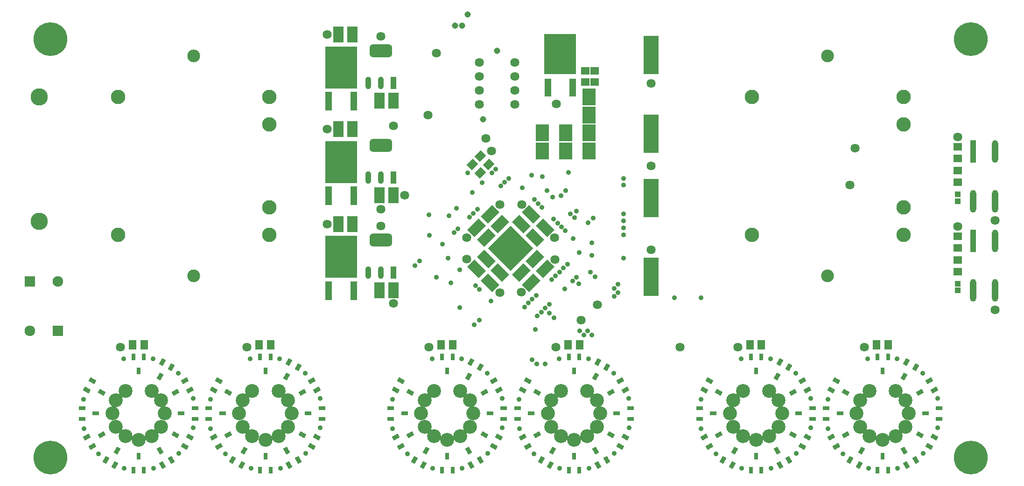
<source format=gbs>
G04*
G04 #@! TF.GenerationSoftware,Altium Limited,Altium Designer,18.0.9 (584)*
G04*
G04 Layer_Color=16711935*
%FSLAX25Y25*%
%MOIN*%
G70*
G01*
G75*
%ADD26R,0.06406X0.05224*%
G04:AMPARAMS|DCode=27|XSize=64.06mil|YSize=52.24mil|CornerRadius=0mil|HoleSize=0mil|Usage=FLASHONLY|Rotation=45.000|XOffset=0mil|YOffset=0mil|HoleType=Round|Shape=Rectangle|*
%AMROTATEDRECTD27*
4,1,4,-0.00418,-0.04112,-0.04112,-0.00418,0.00418,0.04112,0.04112,0.00418,-0.00418,-0.04112,0.0*
%
%ADD27ROTATEDRECTD27*%

%ADD29C,0.06406*%
%ADD30R,0.03059X0.04831*%
%ADD31R,0.22547X0.30028*%
%ADD32R,0.04634X0.13492*%
%ADD35R,0.04437X0.04240*%
%ADD36C,0.00500*%
%ADD37P,0.32033X4X360.0*%
%ADD38C,0.09161*%
%ADD39C,0.10343*%
%ADD40C,0.09894*%
%ADD41C,0.07587*%
%ADD42R,0.07587X0.07587*%
%ADD43C,0.12311*%
%ADD44C,0.24122*%
%ADD45C,0.03500*%
%ADD46C,0.03800*%
%ADD47C,0.04500*%
%ADD103R,0.04043X0.08965*%
%ADD104O,0.04043X0.08965*%
G04:AMPARAMS|DCode=105|XSize=162.48mil|YSize=91.61mil|CornerRadius=24.15mil|HoleSize=0mil|Usage=FLASHONLY|Rotation=0.000|XOffset=0mil|YOffset=0mil|HoleType=Round|Shape=RoundedRectangle|*
%AMROUNDEDRECTD105*
21,1,0.16248,0.04331,0,0,0.0*
21,1,0.11417,0.09161,0,0,0.0*
1,1,0.04831,0.05709,-0.02165*
1,1,0.04831,-0.05709,-0.02165*
1,1,0.04831,-0.05709,0.02165*
1,1,0.04831,0.05709,0.02165*
%
%ADD105ROUNDEDRECTD105*%
%ADD106O,0.04437X0.16248*%
%ADD107R,0.04437X0.16248*%
G04:AMPARAMS|DCode=108|XSize=64.06mil|YSize=52.24mil|CornerRadius=0mil|HoleSize=0mil|Usage=FLASHONLY|Rotation=270.300|XOffset=0mil|YOffset=0mil|HoleType=Round|Shape=Rectangle|*
%AMROTATEDRECTD108*
4,1,4,-0.02629,0.03189,0.02595,0.03216,0.02629,-0.03189,-0.02595,-0.03216,-0.02629,0.03189,0.0*
%
%ADD108ROTATEDRECTD108*%

%ADD109R,0.22547X0.28847*%
%ADD110R,0.04634X0.12902*%
G04:AMPARAMS|DCode=111|XSize=30.59mil|YSize=48.31mil|CornerRadius=0mil|HoleSize=0mil|Usage=FLASHONLY|Rotation=150.000|XOffset=0mil|YOffset=0mil|HoleType=Round|Shape=Rectangle|*
%AMROTATEDRECTD111*
4,1,4,0.02532,0.01327,0.00117,-0.02857,-0.02532,-0.01327,-0.00117,0.02857,0.02532,0.01327,0.0*
%
%ADD111ROTATEDRECTD111*%

G04:AMPARAMS|DCode=112|XSize=30.59mil|YSize=48.31mil|CornerRadius=0mil|HoleSize=0mil|Usage=FLASHONLY|Rotation=120.000|XOffset=0mil|YOffset=0mil|HoleType=Round|Shape=Rectangle|*
%AMROTATEDRECTD112*
4,1,4,0.02857,-0.00117,-0.01327,-0.02532,-0.02857,0.00117,0.01327,0.02532,0.02857,-0.00117,0.0*
%
%ADD112ROTATEDRECTD112*%

%ADD113R,0.04831X0.03059*%
G04:AMPARAMS|DCode=114|XSize=30.59mil|YSize=48.31mil|CornerRadius=0mil|HoleSize=0mil|Usage=FLASHONLY|Rotation=60.000|XOffset=0mil|YOffset=0mil|HoleType=Round|Shape=Rectangle|*
%AMROTATEDRECTD114*
4,1,4,0.01327,-0.02532,-0.02857,-0.00117,-0.01327,0.02532,0.02857,0.00117,0.01327,-0.02532,0.0*
%
%ADD114ROTATEDRECTD114*%

G04:AMPARAMS|DCode=115|XSize=30.59mil|YSize=48.31mil|CornerRadius=0mil|HoleSize=0mil|Usage=FLASHONLY|Rotation=30.000|XOffset=0mil|YOffset=0mil|HoleType=Round|Shape=Rectangle|*
%AMROTATEDRECTD115*
4,1,4,-0.00117,-0.02857,-0.02532,0.01327,0.00117,0.02857,0.02532,-0.01327,-0.00117,-0.02857,0.0*
%
%ADD115ROTATEDRECTD115*%

%ADD116R,0.09358X0.12114*%
G04:AMPARAMS|DCode=117|XSize=115.24mil|YSize=73.9mil|CornerRadius=0mil|HoleSize=0mil|Usage=FLASHONLY|Rotation=135.000|XOffset=0mil|YOffset=0mil|HoleType=Round|Shape=Rectangle|*
%AMROTATEDRECTD117*
4,1,4,0.06687,-0.01462,0.01462,-0.06687,-0.06687,0.01462,-0.01462,0.06687,0.06687,-0.01462,0.0*
%
%ADD117ROTATEDRECTD117*%

G04:AMPARAMS|DCode=118|XSize=115.24mil|YSize=73.9mil|CornerRadius=0mil|HoleSize=0mil|Usage=FLASHONLY|Rotation=45.000|XOffset=0mil|YOffset=0mil|HoleType=Round|Shape=Rectangle|*
%AMROTATEDRECTD118*
4,1,4,-0.01462,-0.06687,-0.06687,-0.01462,0.01462,0.06687,0.06687,0.01462,-0.01462,-0.06687,0.0*
%
%ADD118ROTATEDRECTD118*%

%ADD119R,0.07390X0.11524*%
%ADD120R,0.11130X0.27469*%
D26*
X675665Y224628D02*
D03*
Y232896D02*
D03*
Y160652D02*
D03*
Y168920D02*
D03*
X409449Y304331D02*
D03*
Y296063D02*
D03*
X416339Y304331D02*
D03*
Y296063D02*
D03*
X675665Y249825D02*
D03*
Y241558D02*
D03*
Y185849D02*
D03*
Y177581D02*
D03*
D27*
X328770Y237175D02*
D03*
X334616Y231329D02*
D03*
X334675Y243081D02*
D03*
X340522Y237234D02*
D03*
D29*
X388779Y280512D02*
D03*
X456693Y236220D02*
D03*
X456693Y176181D02*
D03*
X272638Y264764D02*
D03*
X272638Y137795D02*
D03*
X280512Y215158D02*
D03*
X456693Y295276D02*
D03*
X338681Y255906D02*
D03*
X675665Y256890D02*
D03*
X675665Y192913D02*
D03*
X702240Y133291D02*
D03*
Y197268D02*
D03*
X263583Y328740D02*
D03*
X225295Y330118D02*
D03*
X225295Y262402D02*
D03*
Y194488D02*
D03*
X387795Y169291D02*
D03*
X324803Y185039D02*
D03*
X348425Y145669D02*
D03*
X364173Y208661D02*
D03*
X598425Y222441D02*
D03*
X602362Y249016D02*
D03*
X333858Y310079D02*
D03*
X359252D02*
D03*
X333858Y300079D02*
D03*
Y290079D02*
D03*
Y280079D02*
D03*
X359252Y300079D02*
D03*
Y290079D02*
D03*
Y280079D02*
D03*
X297244Y272638D02*
D03*
X303150Y316929D02*
D03*
X342520Y247047D02*
D03*
X418307Y136811D02*
D03*
X263583Y205118D02*
D03*
X324920Y169409D02*
D03*
X348542Y208544D02*
D03*
X387678Y184922D02*
D03*
X364056Y145787D02*
D03*
X263583Y193110D02*
D03*
X477362Y106689D02*
D03*
X406495Y125984D02*
D03*
X388543Y106691D02*
D03*
X518465Y106691D02*
D03*
X609016D02*
D03*
X77520D02*
D03*
X168071D02*
D03*
X297992D02*
D03*
D30*
X618307Y99410D02*
D03*
X625787D02*
D03*
X622047Y89567D02*
D03*
X527756Y99410D02*
D03*
X535236D02*
D03*
X531496Y89567D02*
D03*
X397835Y99410D02*
D03*
X405315D02*
D03*
X401575Y89567D02*
D03*
X307283Y99410D02*
D03*
X314764D02*
D03*
X311024Y89567D02*
D03*
X177362Y99410D02*
D03*
X184843D02*
D03*
X181102Y89567D02*
D03*
X86811Y99410D02*
D03*
X94291D02*
D03*
X90551Y89567D02*
D03*
X625787Y18701D02*
D03*
X618307D02*
D03*
X622047Y28543D02*
D03*
X535236Y18701D02*
D03*
X527756D02*
D03*
X531496Y28543D02*
D03*
X405315Y18701D02*
D03*
X397835D02*
D03*
X401575Y28543D02*
D03*
X314764Y18701D02*
D03*
X307283D02*
D03*
X311024Y28543D02*
D03*
X184843Y18701D02*
D03*
X177362D02*
D03*
X181102Y28543D02*
D03*
X94291Y18701D02*
D03*
X86811D02*
D03*
X90551Y28543D02*
D03*
D31*
X235236Y171063D02*
D03*
X235236Y306693D02*
D03*
X235236Y238976D02*
D03*
D32*
X226260Y147047D02*
D03*
X244213D02*
D03*
X226260Y282677D02*
D03*
X244213D02*
D03*
X226260Y214961D02*
D03*
X244213D02*
D03*
D35*
X675665Y211046D02*
D03*
Y215967D02*
D03*
Y147069D02*
D03*
Y151991D02*
D03*
D36*
X622047Y59055D02*
D03*
X531496D02*
D03*
X401575D02*
D03*
X311024D02*
D03*
X181102D02*
D03*
X90551D02*
D03*
X344055Y297461D02*
D03*
D37*
X356299Y177165D02*
D03*
D38*
X582677Y157480D02*
D03*
Y314961D02*
D03*
X129921Y157480D02*
D03*
Y314961D02*
D03*
D39*
X528543Y187008D02*
D03*
Y285433D02*
D03*
X636811Y187008D02*
D03*
Y206693D02*
D03*
Y265748D02*
D03*
Y285433D02*
D03*
X75787Y187008D02*
D03*
Y285433D02*
D03*
X184055Y187008D02*
D03*
Y206693D02*
D03*
Y265748D02*
D03*
Y285433D02*
D03*
D40*
X612697Y75251D02*
D03*
X522146D02*
D03*
X392224D02*
D03*
X301673D02*
D03*
X171752D02*
D03*
X81201D02*
D03*
X631398Y42860D02*
D03*
X540846D02*
D03*
X410925D02*
D03*
X320374D02*
D03*
X190453D02*
D03*
X99902D02*
D03*
X622047Y40354D02*
D03*
X531496D02*
D03*
X401575D02*
D03*
X311024D02*
D03*
X181102D02*
D03*
X90551D02*
D03*
X638243Y49705D02*
D03*
X547691D02*
D03*
X417770D02*
D03*
X327219D02*
D03*
X197298D02*
D03*
X106747D02*
D03*
X640748Y59055D02*
D03*
X550197D02*
D03*
X420276D02*
D03*
X329724D02*
D03*
X199803D02*
D03*
X109252D02*
D03*
X638243Y68405D02*
D03*
X547691D02*
D03*
X417770D02*
D03*
X327219D02*
D03*
X197298D02*
D03*
X106747D02*
D03*
X631398Y75251D02*
D03*
X540846D02*
D03*
X410925D02*
D03*
X320374D02*
D03*
X190453D02*
D03*
X99902D02*
D03*
X612697Y42860D02*
D03*
X522146D02*
D03*
X392224D02*
D03*
X301673D02*
D03*
X171752D02*
D03*
X81201D02*
D03*
X605852Y49705D02*
D03*
X515301D02*
D03*
X385379D02*
D03*
X294828D02*
D03*
X164907D02*
D03*
X74356D02*
D03*
X603346Y59055D02*
D03*
X512795D02*
D03*
X382874D02*
D03*
X292323D02*
D03*
X162402D02*
D03*
X71850D02*
D03*
X605852Y68405D02*
D03*
X515301D02*
D03*
X385379D02*
D03*
X294828D02*
D03*
X164907Y68405D02*
D03*
X74356Y68405D02*
D03*
X631398Y75251D02*
D03*
X638243Y68405D02*
D03*
X640748Y59055D02*
D03*
X638243Y49705D02*
D03*
X631398Y42860D02*
D03*
X622047Y40354D02*
D03*
X612697Y42860D02*
D03*
X605852Y49705D02*
D03*
X603346Y59055D02*
D03*
X605852Y68405D02*
D03*
X612697Y75251D02*
D03*
X540846D02*
D03*
X547691Y68405D02*
D03*
X550197Y59055D02*
D03*
X547691Y49705D02*
D03*
X540846Y42860D02*
D03*
X531496Y40354D02*
D03*
X522146Y42860D02*
D03*
X515301Y49705D02*
D03*
X512795Y59055D02*
D03*
X515301Y68405D02*
D03*
X522146Y75251D02*
D03*
X410925D02*
D03*
X417770Y68405D02*
D03*
X420276Y59055D02*
D03*
X417770Y49705D02*
D03*
X410925Y42860D02*
D03*
X401575Y40354D02*
D03*
X392224Y42860D02*
D03*
X385379Y49705D02*
D03*
X382874Y59055D02*
D03*
X385379Y68405D02*
D03*
X392224Y75251D02*
D03*
X320374D02*
D03*
X327219Y68405D02*
D03*
X329724Y59055D02*
D03*
X327219Y49705D02*
D03*
X320374Y42860D02*
D03*
X311024Y40354D02*
D03*
X301673Y42860D02*
D03*
X294828Y49705D02*
D03*
X292323Y59055D02*
D03*
X294828Y68405D02*
D03*
X301673Y75251D02*
D03*
X190453D02*
D03*
X197298Y68405D02*
D03*
X199803Y59055D02*
D03*
X197298Y49705D02*
D03*
X190453Y42860D02*
D03*
X181102Y40354D02*
D03*
X171752Y42860D02*
D03*
X164907Y49705D02*
D03*
X162402Y59055D02*
D03*
X164907Y68405D02*
D03*
X171752Y75251D02*
D03*
X99902D02*
D03*
X106747Y68405D02*
D03*
X109252Y59055D02*
D03*
X106747Y49705D02*
D03*
X99902Y42860D02*
D03*
X90551Y40354D02*
D03*
X81201Y42860D02*
D03*
X74356Y49705D02*
D03*
X71850Y59055D02*
D03*
X74356Y68405D02*
D03*
X81201Y75251D02*
D03*
D41*
X32795Y153543D02*
D03*
X12795Y118110D02*
D03*
D42*
Y153543D02*
D03*
X32795Y118110D02*
D03*
D43*
X19685Y285433D02*
D03*
Y196457D02*
D03*
D44*
X685039Y27559D02*
D03*
Y326772D02*
D03*
X27559D02*
D03*
Y27559D02*
D03*
D45*
X437008Y191929D02*
D03*
Y187008D02*
D03*
X433070Y145669D02*
D03*
X430118Y142717D02*
D03*
Y148622D02*
D03*
X433071Y151575D02*
D03*
X403247Y156664D02*
D03*
X521212Y19854D02*
D03*
X400463Y153880D02*
D03*
X502989Y30248D02*
D03*
X396766Y165930D02*
D03*
X492405Y48361D02*
D03*
X392589Y192577D02*
D03*
X395373Y189793D02*
D03*
X389805Y195361D02*
D03*
X401856Y199058D02*
D03*
X403372Y203837D02*
D03*
X650554Y87862D02*
D03*
X492295Y69339D02*
D03*
X632331Y98256D02*
D03*
X437008Y196850D02*
D03*
X560003Y87862D02*
D03*
X397566Y231436D02*
D03*
X271823Y69339D02*
D03*
X366143Y135308D02*
D03*
X298216Y186531D02*
D03*
X307481Y180049D02*
D03*
X287859Y164815D02*
D03*
X313527Y152489D02*
D03*
X209909Y30548D02*
D03*
X142011Y48361D02*
D03*
X119358Y30548D02*
D03*
X333929Y147835D02*
D03*
X342302Y139461D02*
D03*
X335799Y224113D02*
D03*
X326968Y199536D02*
D03*
X332536Y205103D02*
D03*
X364750Y220416D02*
D03*
X542190Y19964D02*
D03*
X560303Y30548D02*
D03*
X570697Y48771D02*
D03*
X570587Y69749D02*
D03*
X541780Y98256D02*
D03*
X520802Y98146D02*
D03*
X582846Y69339D02*
D03*
X582956Y48361D02*
D03*
X593540Y30248D02*
D03*
X611763Y19854D02*
D03*
X632741Y19964D02*
D03*
X650854Y30548D02*
D03*
X661248Y48771D02*
D03*
X661138Y69749D02*
D03*
X611353Y98146D02*
D03*
X271932Y48361D02*
D03*
X282517Y30248D02*
D03*
X300739Y19854D02*
D03*
X321718Y19964D02*
D03*
X339831Y30548D02*
D03*
X350225Y48771D02*
D03*
X350115Y69749D02*
D03*
X339531Y87862D02*
D03*
X300330Y98146D02*
D03*
X362374Y69339D02*
D03*
X362484Y48361D02*
D03*
X373068Y30248D02*
D03*
X391291Y19854D02*
D03*
X412269Y19964D02*
D03*
X430382Y30548D02*
D03*
X440776Y48771D02*
D03*
X440666Y69749D02*
D03*
X430082Y87862D02*
D03*
X411859Y98256D02*
D03*
X390881Y98146D02*
D03*
X141901Y69339D02*
D03*
X152596Y30248D02*
D03*
X170818Y19854D02*
D03*
X191797Y19964D02*
D03*
X220194Y69749D02*
D03*
X209609Y87862D02*
D03*
X191387Y98256D02*
D03*
X170408Y98146D02*
D03*
X100835Y98256D02*
D03*
X79857Y98146D02*
D03*
X51350Y69339D02*
D03*
X119058Y87862D02*
D03*
X129642Y69749D02*
D03*
X129752Y48771D02*
D03*
X101245Y19964D02*
D03*
X80267Y19854D02*
D03*
X51460Y48361D02*
D03*
X62044Y30248D02*
D03*
X371233Y229681D02*
D03*
X373102Y212064D02*
D03*
X378670Y206496D02*
D03*
X375886Y209280D02*
D03*
X387021Y198144D02*
D03*
X399072Y201842D02*
D03*
X400941Y184225D02*
D03*
X405117Y174282D02*
D03*
X391198Y160363D02*
D03*
X393982Y163147D02*
D03*
X385630Y154795D02*
D03*
X394895Y148312D02*
D03*
X388414Y157579D02*
D03*
X371711Y140876D02*
D03*
X331145Y150618D02*
D03*
X311658Y170106D02*
D03*
X354807Y227375D02*
D03*
X345542Y233857D02*
D03*
X342758Y231073D02*
D03*
X349239Y221807D02*
D03*
X328839Y217154D02*
D03*
X329752Y202320D02*
D03*
X318617Y191184D02*
D03*
X315833Y188400D02*
D03*
X492126Y141732D02*
D03*
X411724Y195486D02*
D03*
X415204Y198968D02*
D03*
X395717Y218453D02*
D03*
X416597Y156757D02*
D03*
X404765Y151885D02*
D03*
X386269Y213775D02*
D03*
X312136Y200450D02*
D03*
X303180Y156538D02*
D03*
X291339Y168307D02*
D03*
X297996Y201146D02*
D03*
X325622Y231205D02*
D03*
X374015Y119094D02*
D03*
X374495Y143659D02*
D03*
X368927Y138092D02*
D03*
X375408Y128825D02*
D03*
X321308Y98256D02*
D03*
X333803Y125916D02*
D03*
X330323Y122436D02*
D03*
X319882Y134843D02*
D03*
X392237Y214973D02*
D03*
X383759Y137177D02*
D03*
X387366Y127526D02*
D03*
X383886Y131006D02*
D03*
X378192Y131609D02*
D03*
X380976Y134393D02*
D03*
X411417Y118110D02*
D03*
X405512D02*
D03*
X408465Y115157D02*
D03*
X414370D02*
D03*
X375000Y94488D02*
D03*
X380906D02*
D03*
X473228Y141732D02*
D03*
X413117Y160237D02*
D03*
X414370Y172244D02*
D03*
Y181102D02*
D03*
X437008Y170276D02*
D03*
X378796Y228415D02*
D03*
X382368Y218545D02*
D03*
X437008Y201772D02*
D03*
Y227362D02*
D03*
Y222441D02*
D03*
X220303Y48771D02*
D03*
X320009Y161754D02*
D03*
X317703Y206018D02*
D03*
X371621Y97532D02*
D03*
X352023Y224591D02*
D03*
D46*
X356299Y189414D02*
D03*
X359362Y186352D02*
D03*
X362424Y183290D02*
D03*
X365486Y180228D02*
D03*
X368548Y177165D02*
D03*
X353237Y186352D02*
D03*
X356299Y183290D02*
D03*
X359362Y180228D02*
D03*
X362424Y177165D02*
D03*
X365486Y174103D02*
D03*
X350175Y183290D02*
D03*
X353237Y180228D02*
D03*
X359362Y174103D02*
D03*
X362424Y171041D02*
D03*
X347112Y180228D02*
D03*
X350175Y177165D02*
D03*
X353237Y174103D02*
D03*
X356299Y171041D02*
D03*
X359362Y167979D02*
D03*
X344050Y177165D02*
D03*
X347112Y174103D02*
D03*
X350175Y171041D02*
D03*
X353237Y167979D02*
D03*
X356299Y164916D02*
D03*
D47*
X316535Y336614D02*
D03*
X321535D02*
D03*
X346535Y318543D02*
D03*
X336535Y269685D02*
D03*
X325689Y344488D02*
D03*
D103*
X272638Y160039D02*
D03*
X272638Y295670D02*
D03*
X272638Y227953D02*
D03*
D104*
X263583Y160039D02*
D03*
X254527D02*
D03*
X263583Y295670D02*
D03*
X254527D02*
D03*
X263583Y227953D02*
D03*
X254527D02*
D03*
D105*
X263583Y183071D02*
D03*
X263583Y318701D02*
D03*
X263583Y250984D02*
D03*
D106*
X702240Y246479D02*
D03*
X686492Y211046D02*
D03*
X702240D02*
D03*
Y182502D02*
D03*
X686492Y147069D02*
D03*
X702240D02*
D03*
D107*
X686492Y246479D02*
D03*
Y182502D02*
D03*
D108*
X625923Y108289D02*
D03*
X617656Y108245D02*
D03*
X535372Y108289D02*
D03*
X527105Y108245D02*
D03*
X405451Y108289D02*
D03*
X397183Y108245D02*
D03*
X314900Y108289D02*
D03*
X306632Y108245D02*
D03*
X184978Y108289D02*
D03*
X176711Y108245D02*
D03*
X94427Y108289D02*
D03*
X86160Y108245D02*
D03*
D109*
X391732Y316142D02*
D03*
D110*
X382874Y292126D02*
D03*
X400591D02*
D03*
D111*
X638985Y95873D02*
D03*
X645464Y92133D02*
D03*
X637303Y85479D02*
D03*
X548434Y95873D02*
D03*
X554912Y92133D02*
D03*
X546752Y85479D02*
D03*
X418513Y95873D02*
D03*
X424991Y92133D02*
D03*
X416831Y85479D02*
D03*
X327962Y95873D02*
D03*
X334440Y92133D02*
D03*
X326279Y85479D02*
D03*
X198040Y95873D02*
D03*
X204519Y92133D02*
D03*
X196358Y85479D02*
D03*
X107489Y95873D02*
D03*
X113967Y92133D02*
D03*
X105807Y85479D02*
D03*
X605109Y22237D02*
D03*
X598631Y25977D02*
D03*
X606791Y32631D02*
D03*
X514558Y22237D02*
D03*
X508080Y25977D02*
D03*
X516240Y32631D02*
D03*
X384637Y22237D02*
D03*
X378159Y25977D02*
D03*
X386319Y32631D02*
D03*
X294086Y22237D02*
D03*
X287607Y25977D02*
D03*
X295768Y32631D02*
D03*
X164164Y22237D02*
D03*
X157686Y25977D02*
D03*
X165846Y32631D02*
D03*
X73613Y22237D02*
D03*
X67135Y25977D02*
D03*
X75295Y32631D02*
D03*
D112*
X655125Y82471D02*
D03*
X658865Y75993D02*
D03*
X648471Y74311D02*
D03*
X564574Y82471D02*
D03*
X568314Y75993D02*
D03*
X557920Y74311D02*
D03*
X434653Y82471D02*
D03*
X438393Y75993D02*
D03*
X427999Y74311D02*
D03*
X344101Y82471D02*
D03*
X347842Y75993D02*
D03*
X337448Y74311D02*
D03*
X214180Y82471D02*
D03*
X217920Y75993D02*
D03*
X207526Y74311D02*
D03*
X123629Y82471D02*
D03*
X127369Y75993D02*
D03*
X116975Y74311D02*
D03*
X588969Y35639D02*
D03*
X585229Y42117D02*
D03*
X595623Y43799D02*
D03*
X498418Y35639D02*
D03*
X494678Y42117D02*
D03*
X505072Y43799D02*
D03*
X368497Y35639D02*
D03*
X364757Y42117D02*
D03*
X375151Y43799D02*
D03*
X277946Y35639D02*
D03*
X274206Y42117D02*
D03*
X284600Y43799D02*
D03*
X148025Y35639D02*
D03*
X144284Y42117D02*
D03*
X154678Y43799D02*
D03*
X57473Y35639D02*
D03*
X53733Y42117D02*
D03*
X64127Y43799D02*
D03*
D113*
X662402Y62795D02*
D03*
Y55315D02*
D03*
X652559Y59055D02*
D03*
X571850Y62795D02*
D03*
Y55315D02*
D03*
X562008Y59055D02*
D03*
X441929Y62795D02*
D03*
Y55315D02*
D03*
X432087Y59055D02*
D03*
X351378Y62795D02*
D03*
Y55315D02*
D03*
X341535Y59055D02*
D03*
X221457Y62795D02*
D03*
Y55315D02*
D03*
X211614Y59055D02*
D03*
X130905Y62795D02*
D03*
Y55315D02*
D03*
X121063Y59055D02*
D03*
X581693Y55315D02*
D03*
Y62795D02*
D03*
X591535Y59055D02*
D03*
X491142Y55315D02*
D03*
Y62795D02*
D03*
X500984Y59055D02*
D03*
X361220Y55315D02*
D03*
Y62795D02*
D03*
X371063Y59055D02*
D03*
X270669Y55315D02*
D03*
Y62795D02*
D03*
X280512Y59055D02*
D03*
X140748Y55315D02*
D03*
Y62795D02*
D03*
X150591Y59055D02*
D03*
X50197Y55315D02*
D03*
Y62795D02*
D03*
X60039Y59055D02*
D03*
D114*
X658865Y42117D02*
D03*
X655125Y35639D02*
D03*
X648471Y43799D02*
D03*
X568314Y42117D02*
D03*
X564574Y35639D02*
D03*
X557920Y43799D02*
D03*
X438393Y42117D02*
D03*
X434653Y35639D02*
D03*
X427999Y43799D02*
D03*
X347842Y42117D02*
D03*
X344101Y35639D02*
D03*
X337448Y43799D02*
D03*
X217920Y42117D02*
D03*
X214180Y35639D02*
D03*
X207526Y43799D02*
D03*
X127369Y42117D02*
D03*
X123629Y35639D02*
D03*
X116975Y43799D02*
D03*
X585229Y75993D02*
D03*
X588969Y82471D02*
D03*
X595623Y74311D02*
D03*
X494678Y75993D02*
D03*
X498418Y82471D02*
D03*
X505072Y74311D02*
D03*
X364757Y75993D02*
D03*
X368497Y82471D02*
D03*
X375151Y74311D02*
D03*
X274206Y75993D02*
D03*
X277946Y82471D02*
D03*
X284600Y74311D02*
D03*
X144284Y75993D02*
D03*
X148024Y82471D02*
D03*
X154678Y74311D02*
D03*
X53733Y75993D02*
D03*
X57473Y82471D02*
D03*
X64127Y74311D02*
D03*
D115*
X645464Y25977D02*
D03*
X638985Y22237D02*
D03*
X637303Y32631D02*
D03*
X554912Y25977D02*
D03*
X548434Y22237D02*
D03*
X546752Y32631D02*
D03*
X424991Y25977D02*
D03*
X418513Y22237D02*
D03*
X416831Y32631D02*
D03*
X334440Y25977D02*
D03*
X327962Y22237D02*
D03*
X326279Y32631D02*
D03*
X204519Y25977D02*
D03*
X198040Y22237D02*
D03*
X196358Y32631D02*
D03*
X113967Y25977D02*
D03*
X107489Y22237D02*
D03*
X105807Y32631D02*
D03*
D116*
X378937Y246850D02*
D03*
Y259842D02*
D03*
X395669Y259843D02*
D03*
Y246850D02*
D03*
X412401Y246850D02*
D03*
Y259842D02*
D03*
X412402Y272441D02*
D03*
Y285433D02*
D03*
D117*
X341545Y152667D02*
D03*
X348643Y159766D02*
D03*
X371054Y201664D02*
D03*
X363955Y194565D02*
D03*
X331801Y162411D02*
D03*
X338900Y169510D02*
D03*
X380797Y191920D02*
D03*
X373698Y184821D02*
D03*
D118*
X331801Y191920D02*
D03*
X338900Y184821D02*
D03*
X380797Y162411D02*
D03*
X373698Y169510D02*
D03*
X341545Y201664D02*
D03*
X348643Y194565D02*
D03*
X371054Y152667D02*
D03*
X363955Y159766D02*
D03*
D119*
X262598Y147244D02*
D03*
X272638D02*
D03*
X243209Y194488D02*
D03*
X233169D02*
D03*
X262598Y282874D02*
D03*
X272638D02*
D03*
X243209Y330118D02*
D03*
X233169D02*
D03*
X262598Y215157D02*
D03*
X272638D02*
D03*
X243209Y262401D02*
D03*
X233169D02*
D03*
D120*
X456693Y156890D02*
D03*
Y213189D02*
D03*
Y315551D02*
D03*
Y259252D02*
D03*
M02*

</source>
